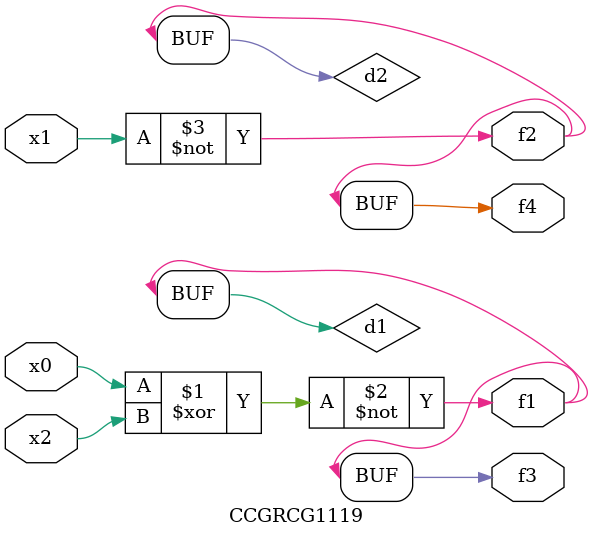
<source format=v>
module CCGRCG1119(
	input x0, x1, x2,
	output f1, f2, f3, f4
);

	wire d1, d2, d3;

	xnor (d1, x0, x2);
	nand (d2, x1);
	nor (d3, x1, x2);
	assign f1 = d1;
	assign f2 = d2;
	assign f3 = d1;
	assign f4 = d2;
endmodule

</source>
